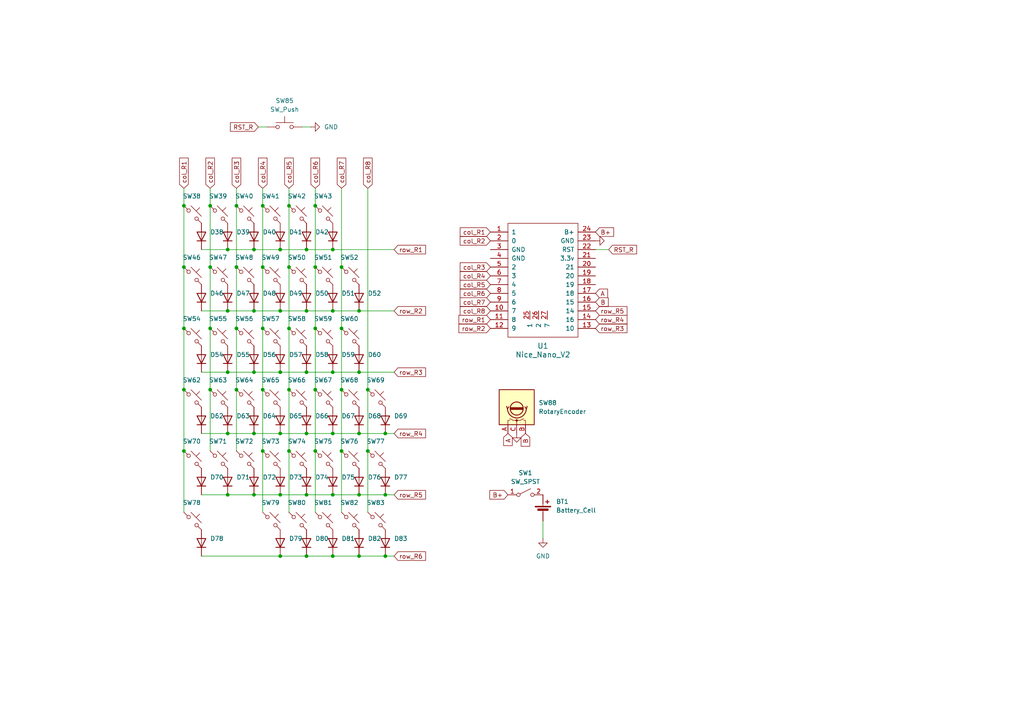
<source format=kicad_sch>
(kicad_sch (version 20250114) (generator "eeschema") (generator_version "9.0")
  (paper "A4")
  (lib_symbols
    (symbol "Device:Battery_Cell" (pin_numbers (hide yes)) (pin_names (offset 0) (hide yes))
      (property "Reference" "BT" (at 2.54 2.54 0))
      (property "Value" "Battery_Cell" (at 2.54 0 0))
      (symbol "Battery_Cell_1_1"
        (pin passive line (at 0 5.08 270) (length 2.54) (name "+") (number "1"))
        (pin passive line (at 0 -2.54 90) (length 2.54) (name "-") (number "2"))
      )
    )
    (symbol "Device:RotaryEncoder" (pin_names (offset 0.254) (hide yes))
      (property "Reference" "SW" (at 0 6.604 0))
      (property "Value" "RotaryEncoder" (at 0 -6.604 0))
      (symbol "RotaryEncoder_1_1"
        (pin passive line (at -7.62 2.54 0) (length 2.54) (name "A") (number "A"))
        (pin passive line (at -7.62 0 0) (length 2.54) (name "C") (number "C"))
        (pin passive line (at -7.62 -2.54 0) (length 2.54) (name "B") (number "B"))
      )
    )
    (symbol "Diode:1N4148" (pin_numbers (hide yes)) (pin_names (hide yes))
      (property "Reference" "D" (at 0 2.54 0))
      (property "Value" "1N4148" (at 0 -2.54 0))
      (symbol "1N4148_1_1"
        (pin passive line (at -3.81 0 0) (length 2.54) (name "K") (number "1"))
        (pin passive line (at 3.81 0 180) (length 2.54) (name "A") (number "2"))
      )
    )
    (symbol "Switch:SW_Push" (pin_numbers (hide yes)) (pin_names (offset 1.016) (hide yes))
      (property "Reference" "SW" (at 1.27 2.54 0))
      (property "Value" "SW_Push" (at 0 -1.524 0))
      (symbol "SW_Push_0_1"
        (pin passive line (at -5.08 0 0) (length 2.54) (name "1") (number "1"))
        (pin passive line (at 5.08 0 180) (length 2.54) (name "2") (number "2"))
      )
    )
    (symbol "Switch:SW_Push_45deg" (pin_numbers (hide yes)) (pin_names (offset 1.016) (hide yes))
      (property "Reference" "SW" (at 3.048 1.016 0))
      (property "Value" "SW_Push_45deg" (at 0 -3.81 0))
      (symbol "SW_Push_45deg_0_1"
        (pin passive line (at -2.54 2.54 0) (length 0) (name "1") (number "1"))
        (pin passive line (at 2.54 -2.54 180) (length 0) (name "2") (number "2"))
      )
    )
    (symbol "Switch:SW_SPST" (pin_names (offset 0) (hide yes))
      (property "Reference" "SW" (at 0 3.175 0))
      (property "Value" "SW_SPST" (at 0 -2.54 0))
      (symbol "SW_SPST_1_1"
        (pin passive line (at -5.08 0 0) (length 2.54) (name "A") (number "1"))
        (pin passive line (at 5.08 0 180) (length 2.54) (name "B") (number "2"))
      )
    )
    (symbol "nicenanov2:MCU_Nice_Nano_V2" (pin_names (offset 1.016))
      (property "Reference" "U" (at 0 0 0))
      (property "Value" "Nice_Nano_V2" (at 0 -19.05 0))
      (symbol "MCU_Nice_Nano_V2_1_1"
        (pin input line (at -15.24 13.97 0) (length 5.08) (name "1") (number "1"))
        (pin input line (at -15.24 11.43 0) (length 5.08) (name "0") (number "2"))
        (pin input line (at -15.24 8.89 0) (length 5.08) (name "GND") (number "3"))
        (pin input line (at -15.24 6.35 0) (length 5.08) (name "GND") (number "4"))
        (pin input line (at -15.24 3.81 0) (length 5.08) (name "2") (number "5"))
        (pin input line (at -15.24 1.27 0) (length 5.08) (name "3") (number "6"))
        (pin input line (at -15.24 -1.27 0) (length 5.08) (name "4") (number "7"))
        (pin input line (at -15.24 -3.81 0) (length 5.08) (name "5") (number "8"))
        (pin input line (at -15.24 -6.35 0) (length 5.08) (name "6") (number "9"))
        (pin input line (at -15.24 -8.89 0) (length 5.08) (name "7") (number "10"))
        (pin input line (at -15.24 -11.43 0) (length 5.08) (name "8") (number "11"))
        (pin input line (at -15.24 -13.97 0) (length 5.08) (name "9") (number "12"))
        (pin input line (at -3.81 -8.89 270) (length 2.5) (name "1") (number "25"))
        (pin input line (at -1.27 -8.89 270) (length 2.5) (name "2") (number "26"))
        (pin input line (at 1.27 -8.89 270) (length 2.5) (name "7") (number "27"))
        (pin input line (at 15.24 13.97 180) (length 5.08) (name "B+") (number "24"))
        (pin input line (at 15.24 11.43 180) (length 5.08) (name "GND") (number "23"))
        (pin input line (at 15.24 8.89 180) (length 5.08) (name "RST") (number "22"))
        (pin input line (at 15.24 6.35 180) (length 5.08) (name "3.3v") (number "21"))
        (pin input line (at 15.24 3.81 180) (length 5.08) (name "21") (number "20"))
        (pin input line (at 15.24 1.27 180) (length 5.08) (name "20") (number "19"))
        (pin input line (at 15.24 -1.27 180) (length 5.08) (name "19") (number "18"))
        (pin input line (at 15.24 -3.81 180) (length 5.08) (name "18") (number "17"))
        (pin input line (at 15.24 -6.35 180) (length 5.08) (name "15") (number "16"))
        (pin input line (at 15.24 -8.89 180) (length 5.08) (name "14") (number "15"))
        (pin input line (at 15.24 -11.43 180) (length 5.08) (name "16") (number "14"))
        (pin input line (at 15.24 -13.97 180) (length 5.08) (name "10") (number "13"))
      )
    )
    (symbol "power:GND" (power) (pin_numbers (hide yes)) (pin_names (offset 0) (hide yes))
      (property "Value" "GND" (at 0 -3.81 0))
      (symbol "GND_1_1"
        (pin power_in line (at 0 0 270) (length 0) (name "~") (number "1"))
      )
    )
  )
  (junction (at 104.14 107.95))
  (junction (at 53.34 59.69))
  (junction (at 73.66 143.51))
  (junction (at 66.04 125.73))
  (junction (at 81.28 107.95))
  (junction (at 99.06 95.25))
  (junction (at 91.44 113.03))
  (junction (at 99.06 113.03))
  (junction (at 91.44 59.69))
  (junction (at 53.34 113.03))
  (junction (at 88.9 143.51))
  (junction (at 60.96 95.25))
  (junction (at 66.04 107.95))
  (junction (at 76.2 59.69))
  (junction (at 99.06 130.81))
  (junction (at 83.82 113.03))
  (junction (at 104.14 90.17))
  (junction (at 106.68 130.81))
  (junction (at 88.9 72.39))
  (junction (at 53.34 130.81))
  (junction (at 91.44 95.25))
  (junction (at 68.58 95.25))
  (junction (at 99.06 77.47))
  (junction (at 81.28 143.51))
  (junction (at 96.52 125.73))
  (junction (at 66.04 72.39))
  (junction (at 111.76 161.29))
  (junction (at 104.14 143.51))
  (junction (at 96.52 90.17))
  (junction (at 111.76 125.73))
  (junction (at 76.2 113.03))
  (junction (at 68.58 77.47))
  (junction (at 91.44 77.47))
  (junction (at 96.52 107.95))
  (junction (at 60.96 77.47))
  (junction (at 66.04 143.51))
  (junction (at 73.66 125.73))
  (junction (at 96.52 72.39))
  (junction (at 73.66 90.17))
  (junction (at 81.28 72.39))
  (junction (at 96.52 161.29))
  (junction (at 88.9 107.95))
  (junction (at 88.9 90.17))
  (junction (at 88.9 125.73))
  (junction (at 111.76 143.51))
  (junction (at 83.82 130.81))
  (junction (at 83.82 59.69))
  (junction (at 73.66 107.95))
  (junction (at 53.34 77.47))
  (junction (at 83.82 77.47))
  (junction (at 60.96 59.69))
  (junction (at 68.58 59.69))
  (junction (at 88.9 161.29))
  (junction (at 76.2 77.47))
  (junction (at 81.28 161.29))
  (junction (at 76.2 130.81))
  (junction (at 104.14 125.73))
  (junction (at 104.14 161.29))
  (junction (at 60.96 113.03))
  (junction (at 106.68 113.03))
  (junction (at 76.2 95.25))
  (junction (at 53.34 95.25))
  (junction (at 83.82 95.25))
  (junction (at 81.28 90.17))
  (junction (at 66.04 90.17))
  (junction (at 68.58 113.03))
  (junction (at 96.52 143.51))
  (junction (at 91.44 130.81))
  (junction (at 81.28 125.73))
  (junction (at 73.66 72.39))
  (wire (pts (xy 157.48 156.21) (xy 157.48 151.13)))
  (wire (pts (xy 104.14 90.17) (xy 114.3 90.17)))
  (wire (pts (xy 76.2 95.25) (xy 76.2 113.03)))
  (wire (pts (xy 74.93 36.83) (xy 77.47 36.83)))
  (wire (pts (xy 83.82 77.47) (xy 83.82 95.25)))
  (wire (pts (xy 99.06 113.03) (xy 99.06 130.81)))
  (wire (pts (xy 73.66 72.39) (xy 81.28 72.39)))
  (wire (pts (xy 91.44 95.25) (xy 91.44 113.03)))
  (wire (pts (xy 58.42 107.95) (xy 66.04 107.95)))
  (wire (pts (xy 53.34 54.61) (xy 53.34 59.69)))
  (wire (pts (xy 58.42 161.29) (xy 81.28 161.29)))
  (wire (pts (xy 88.9 107.95) (xy 96.52 107.95)))
  (wire (pts (xy 60.96 77.47) (xy 60.96 95.25)))
  (wire (pts (xy 96.52 143.51) (xy 104.14 143.51)))
  (wire (pts (xy 96.52 90.17) (xy 104.14 90.17)))
  (wire (pts (xy 99.06 130.81) (xy 99.06 148.59)))
  (wire (pts (xy 81.28 143.51) (xy 88.9 143.51)))
  (wire (pts (xy 96.52 161.29) (xy 104.14 161.29)))
  (wire (pts (xy 83.82 113.03) (xy 83.82 130.81)))
  (wire (pts (xy 91.44 113.03) (xy 91.44 130.81)))
  (wire (pts (xy 68.58 95.25) (xy 68.58 113.03)))
  (wire (pts (xy 87.63 36.83) (xy 90.17 36.83)))
  (wire (pts (xy 73.66 90.17) (xy 81.28 90.17)))
  (wire (pts (xy 99.06 95.25) (xy 99.06 113.03)))
  (wire (pts (xy 76.2 54.61) (xy 76.2 59.69)))
  (wire (pts (xy 60.96 59.69) (xy 60.96 77.47)))
  (wire (pts (xy 81.28 90.17) (xy 88.9 90.17)))
  (wire (pts (xy 66.04 90.17) (xy 73.66 90.17)))
  (wire (pts (xy 58.42 90.17) (xy 66.04 90.17)))
  (wire (pts (xy 104.14 125.73) (xy 111.76 125.73)))
  (wire (pts (xy 53.34 113.03) (xy 53.34 130.81)))
  (wire (pts (xy 91.44 130.81) (xy 91.44 148.59)))
  (wire (pts (xy 91.44 54.61) (xy 91.44 59.69)))
  (wire (pts (xy 88.9 125.73) (xy 96.52 125.73)))
  (wire (pts (xy 83.82 54.61) (xy 83.82 59.69)))
  (wire (pts (xy 106.68 54.61) (xy 106.68 113.03)))
  (wire (pts (xy 83.82 59.69) (xy 83.82 77.47)))
  (wire (pts (xy 66.04 125.73) (xy 73.66 125.73)))
  (wire (pts (xy 53.34 95.25) (xy 53.34 113.03)))
  (wire (pts (xy 88.9 143.51) (xy 96.52 143.51)))
  (wire (pts (xy 76.2 130.81) (xy 76.2 148.59)))
  (wire (pts (xy 60.96 95.25) (xy 60.96 113.03)))
  (wire (pts (xy 76.2 113.03) (xy 76.2 130.81)))
  (wire (pts (xy 96.52 72.39) (xy 114.3 72.39)))
  (wire (pts (xy 96.52 107.95) (xy 104.14 107.95)))
  (wire (pts (xy 96.52 125.73) (xy 104.14 125.73)))
  (wire (pts (xy 111.76 143.51) (xy 114.3 143.51)))
  (wire (pts (xy 73.66 143.51) (xy 81.28 143.51)))
  (wire (pts (xy 60.96 54.61) (xy 60.96 59.69)))
  (wire (pts (xy 53.34 77.47) (xy 53.34 95.25)))
  (wire (pts (xy 53.34 59.69) (xy 53.34 77.47)))
  (wire (pts (xy 106.68 113.03) (xy 106.68 130.81)))
  (wire (pts (xy 111.76 125.73) (xy 114.3 125.73)))
  (wire (pts (xy 76.2 59.69) (xy 76.2 77.47)))
  (wire (pts (xy 83.82 130.81) (xy 83.82 148.59)))
  (wire (pts (xy 73.66 125.73) (xy 81.28 125.73)))
  (wire (pts (xy 104.14 161.29) (xy 111.76 161.29)))
  (wire (pts (xy 99.06 54.61) (xy 99.06 77.47)))
  (wire (pts (xy 68.58 113.03) (xy 68.58 130.81)))
  (wire (pts (xy 88.9 72.39) (xy 96.52 72.39)))
  (wire (pts (xy 81.28 107.95) (xy 88.9 107.95)))
  (wire (pts (xy 106.68 130.81) (xy 106.68 148.59)))
  (wire (pts (xy 99.06 77.47) (xy 99.06 95.25)))
  (wire (pts (xy 91.44 77.47) (xy 91.44 95.25)))
  (wire (pts (xy 68.58 54.61) (xy 68.58 59.69)))
  (wire (pts (xy 66.04 107.95) (xy 73.66 107.95)))
  (wire (pts (xy 91.44 59.69) (xy 91.44 77.47)))
  (wire (pts (xy 60.96 113.03) (xy 60.96 130.81)))
  (wire (pts (xy 58.42 72.39) (xy 66.04 72.39)))
  (wire (pts (xy 76.2 77.47) (xy 76.2 95.25)))
  (wire (pts (xy 111.76 161.29) (xy 114.3 161.29)))
  (wire (pts (xy 104.14 107.95) (xy 114.3 107.95)))
  (wire (pts (xy 176.53 72.39) (xy 172.72 72.39)))
  (wire (pts (xy 81.28 125.73) (xy 88.9 125.73)))
  (wire (pts (xy 53.34 130.81) (xy 53.34 148.59)))
  (wire (pts (xy 81.28 72.39) (xy 88.9 72.39)))
  (wire (pts (xy 73.66 107.95) (xy 81.28 107.95)))
  (wire (pts (xy 68.58 77.47) (xy 68.58 95.25)))
  (wire (pts (xy 104.14 143.51) (xy 111.76 143.51)))
  (wire (pts (xy 58.42 143.51) (xy 66.04 143.51)))
  (wire (pts (xy 88.9 161.29) (xy 96.52 161.29)))
  (wire (pts (xy 81.28 161.29) (xy 88.9 161.29)))
  (wire (pts (xy 66.04 143.51) (xy 73.66 143.51)))
  (wire (pts (xy 88.9 90.17) (xy 96.52 90.17)))
  (wire (pts (xy 66.04 72.39) (xy 73.66 72.39)))
  (wire (pts (xy 83.82 95.25) (xy 83.82 113.03)))
  (wire (pts (xy 58.42 125.73) (xy 66.04 125.73)))
  (wire (pts (xy 68.58 59.69) (xy 68.58 77.47)))
  (global_label "row_R2" (shape input) (at 114.3 90.17 0) (property "Intersheetrefs" "${INTERSHEET_REFS}" (effects (hide yes))))
  (global_label "row_R5" (shape input) (at 172.72 90.17 0) (property "Intersheetrefs" "${INTERSHEET_REFS}" (effects (hide yes))))
  (global_label "col_R2" (shape input) (at 142.24 69.85 180) (property "Intersheetrefs" "${INTERSHEET_REFS}" (effects (hide yes))))
  (global_label "row_R5" (shape input) (at 114.3 143.51 0) (property "Intersheetrefs" "${INTERSHEET_REFS}" (effects (hide yes))))
  (global_label "B+" (shape input) (at 147.32 143.51 180) (property "Intersheetrefs" "${INTERSHEET_REFS}" (effects (hide yes))))
  (global_label "col_R3" (shape input) (at 142.24 77.47 180) (property "Intersheetrefs" "${INTERSHEET_REFS}" (effects (hide yes))))
  (global_label "A" (shape input) (at 147.32 125.73 270) (property "Intersheetrefs" "${INTERSHEET_REFS}" (effects (hide yes))))
  (global_label "RST_R" (shape input) (at 176.53 72.39 0) (property "Intersheetrefs" "${INTERSHEET_REFS}" (effects (hide yes))))
  (global_label "B" (shape input) (at 152.4 125.73 270) (property "Intersheetrefs" "${INTERSHEET_REFS}" (effects (hide yes))))
  (global_label "row_R6" (shape input) (at 114.3 161.29 0) (property "Intersheetrefs" "${INTERSHEET_REFS}" (effects (hide yes))))
  (global_label "B" (shape input) (at 172.72 87.63 0) (property "Intersheetrefs" "${INTERSHEET_REFS}" (effects (hide yes))))
  (global_label "col_R2" (shape input) (at 60.96 54.61 90) (property "Intersheetrefs" "${INTERSHEET_REFS}" (effects (hide yes))))
  (global_label "row_R1" (shape input) (at 142.24 92.71 180) (property "Intersheetrefs" "${INTERSHEET_REFS}" (effects (hide yes))))
  (global_label "col_R4" (shape input) (at 142.24 80.01 180) (property "Intersheetrefs" "${INTERSHEET_REFS}" (effects (hide yes))))
  (global_label "col_R5" (shape input) (at 83.82 54.61 90) (property "Intersheetrefs" "${INTERSHEET_REFS}" (effects (hide yes))))
  (global_label "RST_R" (shape input) (at 74.93 36.83 180) (property "Intersheetrefs" "${INTERSHEET_REFS}" (effects (hide yes))))
  (global_label "A" (shape input) (at 172.72 85.09 0) (property "Intersheetrefs" "${INTERSHEET_REFS}" (effects (hide yes))))
  (global_label "row_R1" (shape input) (at 114.3 72.39 0) (property "Intersheetrefs" "${INTERSHEET_REFS}" (effects (hide yes))))
  (global_label "col_R5" (shape input) (at 142.24 82.55 180) (property "Intersheetrefs" "${INTERSHEET_REFS}" (effects (hide yes))))
  (global_label "row_R2" (shape input) (at 142.24 95.25 180) (property "Intersheetrefs" "${INTERSHEET_REFS}" (effects (hide yes))))
  (global_label "row_R4" (shape input) (at 114.3 125.73 0) (property "Intersheetrefs" "${INTERSHEET_REFS}" (effects (hide yes))))
  (global_label "row_R4" (shape input) (at 172.72 92.71 0) (property "Intersheetrefs" "${INTERSHEET_REFS}" (effects (hide yes))))
  (global_label "col_R1" (shape input) (at 53.34 54.61 90) (property "Intersheetrefs" "${INTERSHEET_REFS}" (effects (hide yes))))
  (global_label "B+" (shape input) (at 172.72 67.31 0) (property "Intersheetrefs" "${INTERSHEET_REFS}" (effects (hide yes))))
  (global_label "col_R3" (shape input) (at 68.58 54.61 90) (property "Intersheetrefs" "${INTERSHEET_REFS}" (effects (hide yes))))
  (global_label "col_R8" (shape input) (at 142.24 90.17 180) (property "Intersheetrefs" "${INTERSHEET_REFS}" (effects (hide yes))))
  (global_label "col_R6" (shape input) (at 91.44 54.61 90) (property "Intersheetrefs" "${INTERSHEET_REFS}" (effects (hide yes))))
  (global_label "col_R4" (shape input) (at 76.2 54.61 90) (property "Intersheetrefs" "${INTERSHEET_REFS}" (effects (hide yes))))
  (global_label "col_R8" (shape input) (at 106.68 54.61 90) (property "Intersheetrefs" "${INTERSHEET_REFS}" (effects (hide yes))))
  (global_label "col_R1" (shape input) (at 142.24 67.31 180) (property "Intersheetrefs" "${INTERSHEET_REFS}" (effects (hide yes))))
  (global_label "col_R7" (shape input) (at 142.24 87.63 180) (property "Intersheetrefs" "${INTERSHEET_REFS}" (effects (hide yes))))
  (global_label "row_R3" (shape input) (at 114.3 107.95 0) (property "Intersheetrefs" "${INTERSHEET_REFS}" (effects (hide yes))))
  (global_label "col_R6" (shape input) (at 142.24 85.09 180) (property "Intersheetrefs" "${INTERSHEET_REFS}" (effects (hide yes))))
  (global_label "row_R3" (shape input) (at 172.72 95.25 0) (property "Intersheetrefs" "${INTERSHEET_REFS}" (effects (hide yes))))
  (global_label "col_R7" (shape input) (at 99.06 54.61 90) (property "Intersheetrefs" "${INTERSHEET_REFS}" (effects (hide yes))))
  (symbol (lib_id "Diode:1N4148") (at 81.28 157.48 90) (unit 1)
    (property "Reference" "D79" (at 83.82 156.2099 90) (effects (justify right)))
    (property "Value" "1N4148" (effects (hide yes)))
    (property "Footprint" "Diode_THT:D_DO-35_SOD27_P7.62mm_Horizontal" (effects (hide yes)))
    (property "Datasheet" "https://assets.nexperia.com/documents/data-sheet/1N4148_1N4448.pdf" (effects (hide yes)))
    (property "Description" "100V 0.15A standard switching diode, DO-35" (effects (hide yes)))
    (property "Sim.Device" "D" (effects (hide yes)))
    (property "Sim.Pins" "1=K 2=A" (effects (hide yes)))
  )
  (symbol (lib_id "Switch:SW_Push_45deg") (at 93.98 115.57 0) (unit 1)
    (property "Reference" "SW67" (at 93.726 110.236 0))
    (property "Value" "SW_Push_45deg" (effects (hide yes)))
    (property "Footprint" "kailhv4:MX-Hotswap-1U" (effects (hide yes)))
    (property "Description" "Push button switch, normally open, two pins, 45° tilted" (effects (hide yes)))
  )
  (symbol (lib_id "Switch:SW_Push_45deg") (at 63.5 62.23 0) (unit 1)
    (property "Reference" "SW39" (at 63.246 56.896 0))
    (property "Value" "SW_Push_45deg" (effects (hide yes)))
    (property "Footprint" "kailhv4:MX-Hotswap-1U" (effects (hide yes)))
    (property "Description" "Push button switch, normally open, two pins, 45° tilted" (effects (hide yes)))
  )
  (symbol (lib_id "Diode:1N4148") (at 96.52 157.48 90) (unit 1)
    (property "Reference" "D81" (at 99.06 156.2099 90) (effects (justify right)))
    (property "Value" "1N4148" (effects (hide yes)))
    (property "Footprint" "Diode_THT:D_DO-35_SOD27_P7.62mm_Horizontal" (effects (hide yes)))
    (property "Datasheet" "https://assets.nexperia.com/documents/data-sheet/1N4148_1N4448.pdf" (effects (hide yes)))
    (property "Description" "100V 0.15A standard switching diode, DO-35" (effects (hide yes)))
    (property "Sim.Device" "D" (effects (hide yes)))
    (property "Sim.Pins" "1=K 2=A" (effects (hide yes)))
  )
  (symbol (lib_id "Switch:SW_Push_45deg") (at 55.88 97.79 0) (unit 1)
    (property "Reference" "SW54" (at 55.626 92.456 0))
    (property "Value" "SW_Push_45deg" (effects (hide yes)))
    (property "Footprint" "kailhv4:MX-Hotswap-1U" (effects (hide yes)))
    (property "Description" "Push button switch, normally open, two pins, 45° tilted" (effects (hide yes)))
  )
  (symbol (lib_id "Diode:1N4148") (at 104.14 104.14 90) (unit 1)
    (property "Reference" "D60" (at 106.68 102.8699 90) (effects (justify right)))
    (property "Value" "1N4148" (effects (hide yes)))
    (property "Footprint" "Diode_THT:D_DO-35_SOD27_P7.62mm_Horizontal" (effects (hide yes)))
    (property "Datasheet" "https://assets.nexperia.com/documents/data-sheet/1N4148_1N4448.pdf" (effects (hide yes)))
    (property "Description" "100V 0.15A standard switching diode, DO-35" (effects (hide yes)))
    (property "Sim.Device" "D" (effects (hide yes)))
    (property "Sim.Pins" "1=K 2=A" (effects (hide yes)))
  )
  (symbol (lib_id "Switch:SW_SPST") (at 152.4 143.51 0) (unit 1)
    (property "Reference" "SW1" (at 152.4 137.16 0))
    (property "Value" "SW_SPST" (at 152.4 139.7 0))
    (property "Footprint" "Button_Switch_THT:SW_SPST_Omron_B3F-40xx" (effects (hide yes)))
    (property "Description" "Single Pole Single Throw (SPST) switch" (effects (hide yes)))
  )
  (symbol (lib_id "Diode:1N4148") (at 66.04 121.92 90) (unit 1)
    (property "Reference" "D63" (at 68.58 120.6499 90) (effects (justify right)))
    (property "Value" "1N4148" (effects (hide yes)))
    (property "Footprint" "Diode_THT:D_DO-35_SOD27_P7.62mm_Horizontal" (effects (hide yes)))
    (property "Datasheet" "https://assets.nexperia.com/documents/data-sheet/1N4148_1N4448.pdf" (effects (hide yes)))
    (property "Description" "100V 0.15A standard switching diode, DO-35" (effects (hide yes)))
    (property "Sim.Device" "D" (effects (hide yes)))
    (property "Sim.Pins" "1=K 2=A" (effects (hide yes)))
  )
  (symbol (lib_id "Diode:1N4148") (at 66.04 68.58 90) (unit 1)
    (property "Reference" "D39" (at 68.58 67.3099 90) (effects (justify right)))
    (property "Value" "1N4148" (effects (hide yes)))
    (property "Footprint" "Diode_THT:D_DO-35_SOD27_P7.62mm_Horizontal" (effects (hide yes)))
    (property "Datasheet" "https://assets.nexperia.com/documents/data-sheet/1N4148_1N4448.pdf" (effects (hide yes)))
    (property "Description" "100V 0.15A standard switching diode, DO-35" (effects (hide yes)))
    (property "Sim.Device" "D" (effects (hide yes)))
    (property "Sim.Pins" "1=K 2=A" (effects (hide yes)))
  )
  (symbol (lib_id "Switch:SW_Push_45deg") (at 63.5 80.01 0) (unit 1)
    (property "Reference" "SW47" (at 63.246 74.676 0))
    (property "Value" "SW_Push_45deg" (effects (hide yes)))
    (property "Footprint" "kailhv4:MX-Hotswap-1U" (effects (hide yes)))
    (property "Description" "Push button switch, normally open, two pins, 45° tilted" (effects (hide yes)))
  )
  (symbol (lib_id "Diode:1N4148") (at 81.28 68.58 90) (unit 1)
    (property "Reference" "D41" (at 83.82 67.3099 90) (effects (justify right)))
    (property "Value" "1N4148" (effects (hide yes)))
    (property "Footprint" "Diode_THT:D_DO-35_SOD27_P7.62mm_Horizontal" (effects (hide yes)))
    (property "Datasheet" "https://assets.nexperia.com/documents/data-sheet/1N4148_1N4448.pdf" (effects (hide yes)))
    (property "Description" "100V 0.15A standard switching diode, DO-35" (effects (hide yes)))
    (property "Sim.Device" "D" (effects (hide yes)))
    (property "Sim.Pins" "1=K 2=A" (effects (hide yes)))
  )
  (symbol (lib_id "Diode:1N4148") (at 96.52 121.92 90) (unit 1)
    (property "Reference" "D67" (at 99.06 120.6499 90) (effects (justify right)))
    (property "Value" "1N4148" (effects (hide yes)))
    (property "Footprint" "Diode_THT:D_DO-35_SOD27_P7.62mm_Horizontal" (effects (hide yes)))
    (property "Datasheet" "https://assets.nexperia.com/documents/data-sheet/1N4148_1N4448.pdf" (effects (hide yes)))
    (property "Description" "100V 0.15A standard switching diode, DO-35" (effects (hide yes)))
    (property "Sim.Device" "D" (effects (hide yes)))
    (property "Sim.Pins" "1=K 2=A" (effects (hide yes)))
  )
  (symbol (lib_id "Diode:1N4148") (at 96.52 139.7 90) (unit 1)
    (property "Reference" "D75" (at 99.06 138.4299 90) (effects (justify right)))
    (property "Value" "1N4148" (effects (hide yes)))
    (property "Footprint" "Diode_THT:D_DO-35_SOD27_P7.62mm_Horizontal" (effects (hide yes)))
    (property "Datasheet" "https://assets.nexperia.com/documents/data-sheet/1N4148_1N4448.pdf" (effects (hide yes)))
    (property "Description" "100V 0.15A standard switching diode, DO-35" (effects (hide yes)))
    (property "Sim.Device" "D" (effects (hide yes)))
    (property "Sim.Pins" "1=K 2=A" (effects (hide yes)))
  )
  (symbol (lib_id "Diode:1N4148") (at 73.66 121.92 90) (unit 1)
    (property "Reference" "D64" (at 76.2 120.6499 90) (effects (justify right)))
    (property "Value" "1N4148" (effects (hide yes)))
    (property "Footprint" "Diode_THT:D_DO-35_SOD27_P7.62mm_Horizontal" (effects (hide yes)))
    (property "Datasheet" "https://assets.nexperia.com/documents/data-sheet/1N4148_1N4448.pdf" (effects (hide yes)))
    (property "Description" "100V 0.15A standard switching diode, DO-35" (effects (hide yes)))
    (property "Sim.Device" "D" (effects (hide yes)))
    (property "Sim.Pins" "1=K 2=A" (effects (hide yes)))
  )
  (symbol (lib_id "Diode:1N4148") (at 96.52 68.58 90) (unit 1)
    (property "Reference" "D43" (effects (hide yes)))
    (property "Value" "1N4148" (effects (hide yes)))
    (property "Footprint" "Diode_THT:D_DO-35_SOD27_P7.62mm_Horizontal" (effects (hide yes)))
    (property "Datasheet" "https://assets.nexperia.com/documents/data-sheet/1N4148_1N4448.pdf" (effects (hide yes)))
    (property "Description" "100V 0.15A standard switching diode, DO-35" (effects (hide yes)))
    (property "Sim.Device" "D" (effects (hide yes)))
    (property "Sim.Pins" "1=K 2=A" (effects (hide yes)))
  )
  (symbol (lib_id "Diode:1N4148") (at 81.28 139.7 90) (unit 1)
    (property "Reference" "D73" (at 83.82 138.4299 90) (effects (justify right)))
    (property "Value" "1N4148" (effects (hide yes)))
    (property "Footprint" "Diode_THT:D_DO-35_SOD27_P7.62mm_Horizontal" (effects (hide yes)))
    (property "Datasheet" "https://assets.nexperia.com/documents/data-sheet/1N4148_1N4448.pdf" (effects (hide yes)))
    (property "Description" "100V 0.15A standard switching diode, DO-35" (effects (hide yes)))
    (property "Sim.Device" "D" (effects (hide yes)))
    (property "Sim.Pins" "1=K 2=A" (effects (hide yes)))
  )
  (symbol (lib_id "Diode:1N4148") (at 81.28 104.14 90) (unit 1)
    (property "Reference" "D57" (at 83.82 102.8699 90) (effects (justify right)))
    (property "Value" "1N4148" (effects (hide yes)))
    (property "Footprint" "Diode_THT:D_DO-35_SOD27_P7.62mm_Horizontal" (effects (hide yes)))
    (property "Datasheet" "https://assets.nexperia.com/documents/data-sheet/1N4148_1N4448.pdf" (effects (hide yes)))
    (property "Description" "100V 0.15A standard switching diode, DO-35" (effects (hide yes)))
    (property "Sim.Device" "D" (effects (hide yes)))
    (property "Sim.Pins" "1=K 2=A" (effects (hide yes)))
  )
  (symbol (lib_id "Switch:SW_Push_45deg") (at 55.88 133.35 0) (unit 1)
    (property "Reference" "SW70" (at 55.626 128.016 0))
    (property "Value" "SW_Push_45deg" (effects (hide yes)))
    (property "Footprint" "kailhv4:MX-Hotswap-1U" (effects (hide yes)))
    (property "Description" "Push button switch, normally open, two pins, 45° tilted" (effects (hide yes)))
  )
  (symbol (lib_id "Diode:1N4148") (at 104.14 139.7 90) (unit 1)
    (property "Reference" "D76" (at 106.68 138.4299 90) (effects (justify right)))
    (property "Value" "1N4148" (effects (hide yes)))
    (property "Footprint" "Diode_THT:D_DO-35_SOD27_P7.62mm_Horizontal" (effects (hide yes)))
    (property "Datasheet" "https://assets.nexperia.com/documents/data-sheet/1N4148_1N4448.pdf" (effects (hide yes)))
    (property "Description" "100V 0.15A standard switching diode, DO-35" (effects (hide yes)))
    (property "Sim.Device" "D" (effects (hide yes)))
    (property "Sim.Pins" "1=K 2=A" (effects (hide yes)))
  )
  (symbol (lib_id "Switch:SW_Push_45deg") (at 93.98 97.79 0) (unit 1)
    (property "Reference" "SW59" (at 93.726 92.456 0))
    (property "Value" "SW_Push_45deg" (effects (hide yes)))
    (property "Footprint" "kailhv4:MX-Hotswap-1U" (effects (hide yes)))
    (property "Description" "Push button switch, normally open, two pins, 45° tilted" (effects (hide yes)))
  )
  (symbol (lib_id "Device:RotaryEncoder") (at 149.86 118.11 90) (unit 1)
    (property "Reference" "SW88" (at 156.21 116.8399 90) (effects (justify right)))
    (property "Value" "RotaryEncoder" (at 156.21 119.3799 90) (effects (justify right)))
    (property "Footprint" "Rotary_Encoder:RotaryEncoder_Alps_EC11E-Switch_Vertical_H20mm" (effects (hide yes)))
    (property "Description" "Rotary encoder, dual channel, incremental quadrate outputs" (effects (hide yes)))
  )
  (symbol (lib_id "Diode:1N4148") (at 58.42 157.48 90) (unit 1)
    (property "Reference" "D78" (at 60.96 156.2099 90) (effects (justify right)))
    (property "Value" "1N4148" (effects (hide yes)))
    (property "Footprint" "Diode_THT:D_DO-35_SOD27_P7.62mm_Horizontal" (effects (hide yes)))
    (property "Datasheet" "https://assets.nexperia.com/documents/data-sheet/1N4148_1N4448.pdf" (effects (hide yes)))
    (property "Description" "100V 0.15A standard switching diode, DO-35" (effects (hide yes)))
    (property "Sim.Device" "D" (effects (hide yes)))
    (property "Sim.Pins" "1=K 2=A" (effects (hide yes)))
  )
  (symbol (lib_id "Switch:SW_Push_45deg") (at 101.6 133.35 0) (unit 1)
    (property "Reference" "SW76" (at 101.346 128.016 0))
    (property "Value" "SW_Push_45deg" (effects (hide yes)))
    (property "Footprint" "kailhv4:MX-Hotswap-1U" (effects (hide yes)))
    (property "Description" "Push button switch, normally open, two pins, 45° tilted" (effects (hide yes)))
  )
  (symbol (lib_id "Switch:SW_Push_45deg") (at 63.5 115.57 0) (unit 1)
    (property "Reference" "SW63" (at 63.246 110.236 0))
    (property "Value" "SW_Push_45deg" (effects (hide yes)))
    (property "Footprint" "kailhv4:MX-Hotswap-1U" (effects (hide yes)))
    (property "Description" "Push button switch, normally open, two pins, 45° tilted" (effects (hide yes)))
  )
  (symbol (lib_id "Switch:SW_Push_45deg") (at 93.98 151.13 0) (unit 1)
    (property "Reference" "SW81" (at 93.726 145.796 0))
    (property "Value" "SW_Push_45deg" (effects (hide yes)))
    (property "Footprint" "kailhv4:MX-Hotswap-1.25U" (effects (hide yes)))
    (property "Description" "Push button switch, normally open, two pins, 45° tilted" (effects (hide yes)))
  )
  (symbol (lib_id "Diode:1N4148") (at 88.9 68.58 90) (unit 1)
    (property "Reference" "D42" (at 91.44 67.3099 90) (effects (justify right)))
    (property "Value" "1N4148" (effects (hide yes)))
    (property "Footprint" "Diode_THT:D_DO-35_SOD27_P7.62mm_Horizontal" (effects (hide yes)))
    (property "Datasheet" "https://assets.nexperia.com/documents/data-sheet/1N4148_1N4448.pdf" (effects (hide yes)))
    (property "Description" "100V 0.15A standard switching diode, DO-35" (effects (hide yes)))
    (property "Sim.Device" "D" (effects (hide yes)))
    (property "Sim.Pins" "1=K 2=A" (effects (hide yes)))
  )
  (symbol (lib_id "Diode:1N4148") (at 73.66 104.14 90) (unit 1)
    (property "Reference" "D56" (at 76.2 102.8699 90) (effects (justify right)))
    (property "Value" "1N4148" (effects (hide yes)))
    (property "Footprint" "Diode_THT:D_DO-35_SOD27_P7.62mm_Horizontal" (effects (hide yes)))
    (property "Datasheet" "https://assets.nexperia.com/documents/data-sheet/1N4148_1N4448.pdf" (effects (hide yes)))
    (property "Description" "100V 0.15A standard switching diode, DO-35" (effects (hide yes)))
    (property "Sim.Device" "D" (effects (hide yes)))
    (property "Sim.Pins" "1=K 2=A" (effects (hide yes)))
  )
  (symbol (lib_id "Switch:SW_Push_45deg") (at 101.6 80.01 0) (unit 1)
    (property "Reference" "SW52" (at 101.346 74.676 0))
    (property "Value" "SW_Push_45deg" (effects (hide yes)))
    (property "Footprint" "kailhv4:MX-Hotswap-2U" (effects (hide yes)))
    (property "Description" "Push button switch, normally open, two pins, 45° tilted" (effects (hide yes)))
  )
  (symbol (lib_id "Switch:SW_Push_45deg") (at 63.5 133.35 0) (unit 1)
    (property "Reference" "SW71" (at 63.246 128.016 0))
    (property "Value" "SW_Push_45deg" (effects (hide yes)))
    (property "Footprint" "kailhv4:MX-Hotswap-1U" (effects (hide yes)))
    (property "Description" "Push button switch, normally open, two pins, 45° tilted" (effects (hide yes)))
  )
  (symbol (lib_id "Switch:SW_Push_45deg") (at 55.88 80.01 0) (unit 1)
    (property "Reference" "SW46" (at 55.626 74.676 0))
    (property "Value" "SW_Push_45deg" (effects (hide yes)))
    (property "Footprint" "kailhv4:MX-Hotswap-1U" (effects (hide yes)))
    (property "Description" "Push button switch, normally open, two pins, 45° tilted" (effects (hide yes)))
  )
  (symbol (lib_id "Switch:SW_Push_45deg") (at 93.98 133.35 0) (unit 1)
    (property "Reference" "SW75" (at 93.726 128.016 0))
    (property "Value" "SW_Push_45deg" (effects (hide yes)))
    (property "Footprint" "kailhv4:MX-Hotswap-1.75U" (effects (hide yes)))
    (property "Description" "Push button switch, normally open, two pins, 45° tilted" (effects (hide yes)))
  )
  (symbol (lib_id "Switch:SW_Push_45deg") (at 78.74 97.79 0) (unit 1)
    (property "Reference" "SW57" (at 78.486 92.456 0))
    (property "Value" "SW_Push_45deg" (effects (hide yes)))
    (property "Footprint" "kailhv4:MX-Hotswap-1U" (effects (hide yes)))
    (property "Description" "Push button switch, normally open, two pins, 45° tilted" (effects (hide yes)))
  )
  (symbol (lib_id "Diode:1N4148") (at 58.42 68.58 90) (unit 1)
    (property "Reference" "D38" (at 60.96 67.3099 90) (effects (justify right)))
    (property "Value" "1N4148" (effects (hide yes)))
    (property "Footprint" "Diode_THT:D_DO-35_SOD27_P7.62mm_Horizontal" (effects (hide yes)))
    (property "Datasheet" "https://assets.nexperia.com/documents/data-sheet/1N4148_1N4448.pdf" (effects (hide yes)))
    (property "Description" "100V 0.15A standard switching diode, DO-35" (effects (hide yes)))
    (property "Sim.Device" "D" (effects (hide yes)))
    (property "Sim.Pins" "1=K 2=A" (effects (hide yes)))
  )
  (symbol (lib_id "Switch:SW_Push_45deg") (at 109.22 151.13 0) (unit 1)
    (property "Reference" "SW83" (at 108.966 145.796 0))
    (property "Value" "SW_Push_45deg" (effects (hide yes)))
    (property "Footprint" "kailhv4:MX-Hotswap-1U" (effects (hide yes)))
    (property "Description" "Push button switch, normally open, two pins, 45° tilted" (effects (hide yes)))
  )
  (symbol (lib_id "Switch:SW_Push_45deg") (at 55.88 151.13 0) (unit 1)
    (property "Reference" "SW78" (at 55.626 145.796 0))
    (property "Value" "SW_Push_45deg" (effects (hide yes)))
    (property "Footprint" "kailhv4:MX-Hotswap-3U" (effects (hide yes)))
    (property "Description" "Push button switch, normally open, two pins, 45° tilted" (effects (hide yes)))
  )
  (symbol (lib_id "Switch:SW_Push_45deg") (at 93.98 62.23 0) (unit 1)
    (property "Reference" "SW43" (at 93.726 56.896 0))
    (property "Value" "SW_Push_45deg" (effects (hide yes)))
    (property "Footprint" "kailhv4:MX-Hotswap-1U" (effects (hide yes)))
    (property "Description" "Push button switch, normally open, two pins, 45° tilted" (effects (hide yes)))
  )
  (symbol (lib_id "Diode:1N4148") (at 58.42 104.14 90) (unit 1)
    (property "Reference" "D54" (at 60.96 102.8699 90) (effects (justify right)))
    (property "Value" "1N4148" (effects (hide yes)))
    (property "Footprint" "Diode_THT:D_DO-35_SOD27_P7.62mm_Horizontal" (effects (hide yes)))
    (property "Datasheet" "https://assets.nexperia.com/documents/data-sheet/1N4148_1N4448.pdf" (effects (hide yes)))
    (property "Description" "100V 0.15A standard switching diode, DO-35" (effects (hide yes)))
    (property "Sim.Device" "D" (effects (hide yes)))
    (property "Sim.Pins" "1=K 2=A" (effects (hide yes)))
  )
  (symbol (lib_id "Switch:SW_Push_45deg") (at 101.6 115.57 0) (unit 1)
    (property "Reference" "SW68" (at 101.346 110.236 0))
    (property "Value" "SW_Push_45deg" (effects (hide yes)))
    (property "Footprint" "kailhv4:MX-Hotswap-2.25U" (effects (hide yes)))
    (property "Description" "Push button switch, normally open, two pins, 45° tilted" (effects (hide yes)))
  )
  (symbol (lib_id "Diode:1N4148") (at 88.9 157.48 90) (unit 1)
    (property "Reference" "D80" (at 91.44 156.2099 90) (effects (justify right)))
    (property "Value" "1N4148" (effects (hide yes)))
    (property "Footprint" "Diode_THT:D_DO-35_SOD27_P7.62mm_Horizontal" (effects (hide yes)))
    (property "Datasheet" "https://assets.nexperia.com/documents/data-sheet/1N4148_1N4448.pdf" (effects (hide yes)))
    (property "Description" "100V 0.15A standard switching diode, DO-35" (effects (hide yes)))
    (property "Sim.Device" "D" (effects (hide yes)))
    (property "Sim.Pins" "1=K 2=A" (effects (hide yes)))
  )
  (symbol (lib_id "Diode:1N4148") (at 66.04 86.36 90) (unit 1)
    (property "Reference" "D47" (at 68.58 85.0899 90) (effects (justify right)))
    (property "Value" "1N4148" (effects (hide yes)))
    (property "Footprint" "Diode_THT:D_DO-35_SOD27_P7.62mm_Horizontal" (effects (hide yes)))
    (property "Datasheet" "https://assets.nexperia.com/documents/data-sheet/1N4148_1N4448.pdf" (effects (hide yes)))
    (property "Description" "100V 0.15A standard switching diode, DO-35" (effects (hide yes)))
    (property "Sim.Device" "D" (effects (hide yes)))
    (property "Sim.Pins" "1=K 2=A" (effects (hide yes)))
  )
  (symbol (lib_id "Diode:1N4148") (at 96.52 104.14 90) (unit 1)
    (property "Reference" "D59" (at 99.06 102.8699 90) (effects (justify right)))
    (property "Value" "1N4148" (effects (hide yes)))
    (property "Footprint" "Diode_THT:D_DO-35_SOD27_P7.62mm_Horizontal" (effects (hide yes)))
    (property "Datasheet" "https://assets.nexperia.com/documents/data-sheet/1N4148_1N4448.pdf" (effects (hide yes)))
    (property "Description" "100V 0.15A standard switching diode, DO-35" (effects (hide yes)))
    (property "Sim.Device" "D" (effects (hide yes)))
    (property "Sim.Pins" "1=K 2=A" (effects (hide yes)))
  )
  (symbol (lib_id "Switch:SW_Push_45deg") (at 71.12 97.79 0) (unit 1)
    (property "Reference" "SW56" (at 70.866 92.456 0))
    (property "Value" "SW_Push_45deg" (effects (hide yes)))
    (property "Footprint" "kailhv4:MX-Hotswap-1U" (effects (hide yes)))
    (property "Description" "Push button switch, normally open, two pins, 45° tilted" (effects (hide yes)))
  )
  (symbol (lib_id "Diode:1N4148") (at 73.66 86.36 90) (unit 1)
    (property "Reference" "D48" (at 76.2 85.0899 90) (effects (justify right)))
    (property "Value" "1N4148" (effects (hide yes)))
    (property "Footprint" "Diode_THT:D_DO-35_SOD27_P7.62mm_Horizontal" (effects (hide yes)))
    (property "Datasheet" "https://assets.nexperia.com/documents/data-sheet/1N4148_1N4448.pdf" (effects (hide yes)))
    (property "Description" "100V 0.15A standard switching diode, DO-35" (effects (hide yes)))
    (property "Sim.Device" "D" (effects (hide yes)))
    (property "Sim.Pins" "1=K 2=A" (effects (hide yes)))
  )
  (symbol (lib_id "Diode:1N4148") (at 111.76 157.48 90) (unit 1)
    (property "Reference" "D83" (at 114.3 156.2099 90) (effects (justify right)))
    (property "Value" "1N4148" (effects (hide yes)))
    (property "Footprint" "Diode_THT:D_DO-35_SOD27_P7.62mm_Horizontal" (effects (hide yes)))
    (property "Datasheet" "https://assets.nexperia.com/documents/data-sheet/1N4148_1N4448.pdf" (effects (hide yes)))
    (property "Description" "100V 0.15A standard switching diode, DO-35" (effects (hide yes)))
    (property "Sim.Device" "D" (effects (hide yes)))
    (property "Sim.Pins" "1=K 2=A" (effects (hide yes)))
  )
  (symbol (lib_id "Switch:SW_Push_45deg") (at 78.74 133.35 0) (unit 1)
    (property "Reference" "SW73" (at 78.486 128.016 0))
    (property "Value" "SW_Push_45deg" (effects (hide yes)))
    (property "Footprint" "kailhv4:MX-Hotswap-1U" (effects (hide yes)))
    (property "Description" "Push button switch, normally open, two pins, 45° tilted" (effects (hide yes)))
  )
  (symbol (lib_id "Diode:1N4148") (at 58.42 139.7 90) (unit 1)
    (property "Reference" "D70" (at 60.96 138.4299 90) (effects (justify right)))
    (property "Value" "1N4148" (effects (hide yes)))
    (property "Footprint" "Diode_THT:D_DO-35_SOD27_P7.62mm_Horizontal" (effects (hide yes)))
    (property "Datasheet" "https://assets.nexperia.com/documents/data-sheet/1N4148_1N4448.pdf" (effects (hide yes)))
    (property "Description" "100V 0.15A standard switching diode, DO-35" (effects (hide yes)))
    (property "Sim.Device" "D" (effects (hide yes)))
    (property "Sim.Pins" "1=K 2=A" (effects (hide yes)))
  )
  (symbol (lib_id "Switch:SW_Push_45deg") (at 63.5 97.79 0) (unit 1)
    (property "Reference" "SW55" (at 63.246 92.456 0))
    (property "Value" "SW_Push_45deg" (effects (hide yes)))
    (property "Footprint" "kailhv4:MX-Hotswap-1U" (effects (hide yes)))
    (property "Description" "Push button switch, normally open, two pins, 45° tilted" (effects (hide yes)))
  )
  (symbol (lib_id "Switch:SW_Push_45deg") (at 109.22 133.35 0) (unit 1)
    (property "Reference" "SW77" (at 108.966 128.016 0))
    (property "Value" "SW_Push_45deg" (effects (hide yes)))
    (property "Footprint" "kailhv4:MX-Hotswap-1U" (effects (hide yes)))
    (property "Description" "Push button switch, normally open, two pins, 45° tilted" (effects (hide yes)))
  )
  (symbol (lib_id "Diode:1N4148") (at 81.28 86.36 90) (unit 1)
    (property "Reference" "D49" (at 83.82 85.0899 90) (effects (justify right)))
    (property "Value" "1N4148" (effects (hide yes)))
    (property "Footprint" "Diode_THT:D_DO-35_SOD27_P7.62mm_Horizontal" (effects (hide yes)))
    (property "Datasheet" "https://assets.nexperia.com/documents/data-sheet/1N4148_1N4448.pdf" (effects (hide yes)))
    (property "Description" "100V 0.15A standard switching diode, DO-35" (effects (hide yes)))
    (property "Sim.Device" "D" (effects (hide yes)))
    (property "Sim.Pins" "1=K 2=A" (effects (hide yes)))
  )
  (symbol (lib_id "Diode:1N4148") (at 96.52 86.36 90) (unit 1)
    (property "Reference" "D51" (at 99.06 85.0899 90) (effects (justify right)))
    (property "Value" "1N4148" (effects (hide yes)))
    (property "Footprint" "Diode_THT:D_DO-35_SOD27_P7.62mm_Horizontal" (effects (hide yes)))
    (property "Datasheet" "https://assets.nexperia.com/documents/data-sheet/1N4148_1N4448.pdf" (effects (hide yes)))
    (property "Description" "100V 0.15A standard switching diode, DO-35" (effects (hide yes)))
    (property "Sim.Device" "D" (effects (hide yes)))
    (property "Sim.Pins" "1=K 2=A" (effects (hide yes)))
  )
  (symbol (lib_id "Diode:1N4148") (at 104.14 121.92 90) (unit 1)
    (property "Reference" "D68" (at 106.68 120.6499 90) (effects (justify right)))
    (property "Value" "1N4148" (effects (hide yes)))
    (property "Footprint" "Diode_THT:D_DO-35_SOD27_P7.62mm_Horizontal" (effects (hide yes)))
    (property "Datasheet" "https://assets.nexperia.com/documents/data-sheet/1N4148_1N4448.pdf" (effects (hide yes)))
    (property "Description" "100V 0.15A standard switching diode, DO-35" (effects (hide yes)))
    (property "Sim.Device" "D" (effects (hide yes)))
    (property "Sim.Pins" "1=K 2=A" (effects (hide yes)))
  )
  (symbol (lib_id "Switch:SW_Push_45deg") (at 86.36 151.13 0) (unit 1)
    (property "Reference" "SW80" (at 86.106 145.796 0))
    (property "Value" "SW_Push_45deg" (effects (hide yes)))
    (property "Footprint" "kailhv4:MX-Hotswap-1.25U" (effects (hide yes)))
    (property "Description" "Push button switch, normally open, two pins, 45° tilted" (effects (hide yes)))
  )
  (symbol (lib_id "Switch:SW_Push_45deg") (at 86.36 97.79 0) (unit 1)
    (property "Reference" "SW58" (at 86.106 92.456 0))
    (property "Value" "SW_Push_45deg" (effects (hide yes)))
    (property "Footprint" "kailhv4:MX-Hotswap-1U" (effects (hide yes)))
    (property "Description" "Push button switch, normally open, two pins, 45° tilted" (effects (hide yes)))
  )
  (symbol (lib_id "Switch:SW_Push_45deg") (at 109.22 115.57 0) (unit 1)
    (property "Reference" "SW69" (at 108.966 110.236 0))
    (property "Value" "SW_Push_45deg" (effects (hide yes)))
    (property "Footprint" "kailhv4:MX-Hotswap-1U" (effects (hide yes)))
    (property "Description" "Push button switch, normally open, two pins, 45° tilted" (effects (hide yes)))
  )
  (symbol (lib_id "Diode:1N4148") (at 88.9 139.7 90) (unit 1)
    (property "Reference" "D74" (at 91.44 138.4299 90) (effects (justify right)))
    (property "Value" "1N4148" (effects (hide yes)))
    (property "Footprint" "Diode_THT:D_DO-35_SOD27_P7.62mm_Horizontal" (effects (hide yes)))
    (property "Datasheet" "https://assets.nexperia.com/documents/data-sheet/1N4148_1N4448.pdf" (effects (hide yes)))
    (property "Description" "100V 0.15A standard switching diode, DO-35" (effects (hide yes)))
    (property "Sim.Device" "D" (effects (hide yes)))
    (property "Sim.Pins" "1=K 2=A" (effects (hide yes)))
  )
  (symbol (lib_id "Switch:SW_Push_45deg") (at 86.36 62.23 0) (unit 1)
    (property "Reference" "SW42" (at 86.106 56.896 0))
    (property "Value" "SW_Push_45deg" (effects (hide yes)))
    (property "Footprint" "kailhv4:MX-Hotswap-1U" (effects (hide yes)))
    (property "Description" "Push button switch, normally open, two pins, 45° tilted" (effects (hide yes)))
  )
  (symbol (lib_id "power:GND") (at 149.86 125.73 0) (unit 1)
    (property "Reference" "#PWR07" (effects (hide yes)))
    (property "Value" "GND_MCU2" (effects (hide yes)))
    (property "Description" "Power symbol creates a global label with name \"GND\" , ground" (effects (hide yes)))
  )
  (symbol (lib_id "Switch:SW_Push_45deg") (at 101.6 97.79 0) (unit 1)
    (property "Reference" "SW60" (at 101.346 92.456 0))
    (property "Value" "SW_Push_45deg" (effects (hide yes)))
    (property "Footprint" "kailhv4:MX-Hotswap-1.5U" (effects (hide yes)))
    (property "Description" "Push button switch, normally open, two pins, 45° tilted" (effects (hide yes)))
  )
  (symbol (lib_id "Switch:SW_Push_45deg") (at 78.74 80.01 0) (unit 1)
    (property "Reference" "SW49" (at 78.486 74.676 0))
    (property "Value" "SW_Push_45deg" (effects (hide yes)))
    (property "Footprint" "kailhv4:MX-Hotswap-1U" (effects (hide yes)))
    (property "Description" "Push button switch, normally open, two pins, 45° tilted" (effects (hide yes)))
  )
  (symbol (lib_id "Diode:1N4148") (at 58.42 86.36 90) (unit 1)
    (property "Reference" "D46" (at 60.96 85.0899 90) (effects (justify right)))
    (property "Value" "1N4148" (effects (hide yes)))
    (property "Footprint" "Diode_THT:D_DO-35_SOD27_P7.62mm_Horizontal" (effects (hide yes)))
    (property "Datasheet" "https://assets.nexperia.com/documents/data-sheet/1N4148_1N4448.pdf" (effects (hide yes)))
    (property "Description" "100V 0.15A standard switching diode, DO-35" (effects (hide yes)))
    (property "Sim.Device" "D" (effects (hide yes)))
    (property "Sim.Pins" "1=K 2=A" (effects (hide yes)))
  )
  (symbol (lib_id "power:GND") (at 157.48 156.21 0) (unit 1)
    (property "Reference" "#PWR01" (effects (hide yes)))
    (property "Value" "GND" (at 157.48 161.29 0))
    (property "Description" "Power symbol creates a global label with name \"GND\" , ground" (effects (hide yes)))
  )
  (symbol (lib_id "Switch:SW_Push_45deg") (at 101.6 151.13 0) (unit 1)
    (property "Reference" "SW82" (at 101.346 145.796 0))
    (property "Value" "SW_Push_45deg" (effects (hide yes)))
    (property "Footprint" "kailhv4:MX-Hotswap-1.5U" (effects (hide yes)))
    (property "Description" "Push button switch, normally open, two pins, 45° tilted" (effects (hide yes)))
  )
  (symbol (lib_id "Switch:SW_Push_45deg") (at 71.12 133.35 0) (unit 1)
    (property "Reference" "SW72" (at 70.866 128.016 0))
    (property "Value" "SW_Push_45deg" (effects (hide yes)))
    (property "Footprint" "kailhv4:MX-Hotswap-1U" (effects (hide yes)))
    (property "Description" "Push button switch, normally open, two pins, 45° tilted" (effects (hide yes)))
  )
  (symbol (lib_id "Switch:SW_Push_45deg") (at 71.12 80.01 0) (unit 1)
    (property "Reference" "SW48" (at 70.866 74.676 0))
    (property "Value" "SW_Push_45deg" (effects (hide yes)))
    (property "Footprint" "kailhv4:MX-Hotswap-1U" (effects (hide yes)))
    (property "Description" "Push button switch, normally open, two pins, 45° tilted" (effects (hide yes)))
  )
  (symbol (lib_id "Switch:SW_Push_45deg") (at 78.74 62.23 0) (unit 1)
    (property "Reference" "SW41" (at 78.486 56.896 0))
    (property "Value" "SW_Push_45deg" (effects (hide yes)))
    (property "Footprint" "kailhv4:MX-Hotswap-1U" (effects (hide yes)))
    (property "Description" "Push button switch, normally open, two pins, 45° tilted" (effects (hide yes)))
  )
  (symbol (lib_id "Switch:SW_Push_45deg") (at 78.74 115.57 0) (unit 1)
    (property "Reference" "SW65" (at 78.486 110.236 0))
    (property "Value" "SW_Push_45deg" (effects (hide yes)))
    (property "Footprint" "kailhv4:MX-Hotswap-1U" (effects (hide yes)))
    (property "Description" "Push button switch, normally open, two pins, 45° tilted" (effects (hide yes)))
  )
  (symbol (lib_id "Diode:1N4148") (at 66.04 139.7 90) (unit 1)
    (property "Reference" "D71" (at 68.58 138.4299 90) (effects (justify right)))
    (property "Value" "1N4148" (effects (hide yes)))
    (property "Footprint" "Diode_THT:D_DO-35_SOD27_P7.62mm_Horizontal" (effects (hide yes)))
    (property "Datasheet" "https://assets.nexperia.com/documents/data-sheet/1N4148_1N4448.pdf" (effects (hide yes)))
    (property "Description" "100V 0.15A standard switching diode, DO-35" (effects (hide yes)))
    (property "Sim.Device" "D" (effects (hide yes)))
    (property "Sim.Pins" "1=K 2=A" (effects (hide yes)))
  )
  (symbol (lib_id "Diode:1N4148") (at 73.66 68.58 90) (unit 1)
    (property "Reference" "D40" (at 76.2 67.3099 90) (effects (justify right)))
    (property "Value" "1N4148" (effects (hide yes)))
    (property "Footprint" "Diode_THT:D_DO-35_SOD27_P7.62mm_Horizontal" (effects (hide yes)))
    (property "Datasheet" "https://assets.nexperia.com/documents/data-sheet/1N4148_1N4448.pdf" (effects (hide yes)))
    (property "Description" "100V 0.15A standard switching diode, DO-35" (effects (hide yes)))
    (property "Sim.Device" "D" (effects (hide yes)))
    (property "Sim.Pins" "1=K 2=A" (effects (hide yes)))
  )
  (symbol (lib_id "Switch:SW_Push") (at 82.55 36.83 0) (unit 1)
    (property "Reference" "SW85" (at 82.55 29.21 0))
    (property "Value" "SW_Push" (at 82.55 31.75 0))
    (property "Footprint" "Button_Switch_THT:SW_PUSH_6mm" (effects (hide yes)))
    (property "Description" "Push button switch, generic, two pins" (effects (hide yes)))
  )
  (symbol (lib_id "Diode:1N4148") (at 111.76 139.7 90) (unit 1)
    (property "Reference" "D77" (at 114.3 138.4299 90) (effects (justify right)))
    (property "Value" "1N4148" (effects (hide yes)))
    (property "Footprint" "Diode_THT:D_DO-35_SOD27_P7.62mm_Horizontal" (effects (hide yes)))
    (property "Datasheet" "https://assets.nexperia.com/documents/data-sheet/1N4148_1N4448.pdf" (effects (hide yes)))
    (property "Description" "100V 0.15A standard switching diode, DO-35" (effects (hide yes)))
    (property "Sim.Device" "D" (effects (hide yes)))
    (property "Sim.Pins" "1=K 2=A" (effects (hide yes)))
  )
  (symbol (lib_id "Device:Battery_Cell") (at 157.48 148.59 0) (unit 1)
    (property "Reference" "BT1" (at 161.29 145.4784 0) (effects (justify left)))
    (property "Value" "Battery_Cell" (at 161.29 148.0184 0) (effects (justify left)))
    (property "Footprint" "Connector_JST:JST_PH_S2B-PH-K_1x02_P2.00mm_Horizontal" (effects (hide yes)))
    (property "Description" "Single-cell battery" (effects (hide yes)))
  )
  (symbol (lib_id "Diode:1N4148") (at 88.9 121.92 90) (unit 1)
    (property "Reference" "D66" (at 91.44 120.6499 90) (effects (justify right)))
    (property "Value" "1N4148" (effects (hide yes)))
    (property "Footprint" "Diode_THT:D_DO-35_SOD27_P7.62mm_Horizontal" (effects (hide yes)))
    (property "Datasheet" "https://assets.nexperia.com/documents/data-sheet/1N4148_1N4448.pdf" (effects (hide yes)))
    (property "Description" "100V 0.15A standard switching diode, DO-35" (effects (hide yes)))
    (property "Sim.Device" "D" (effects (hide yes)))
    (property "Sim.Pins" "1=K 2=A" (effects (hide yes)))
  )
  (symbol (lib_id "Diode:1N4148") (at 104.14 157.48 90) (unit 1)
    (property "Reference" "D82" (at 106.68 156.2099 90) (effects (justify right)))
    (property "Value" "1N4148" (effects (hide yes)))
    (property "Footprint" "Diode_THT:D_DO-35_SOD27_P7.62mm_Horizontal" (effects (hide yes)))
    (property "Datasheet" "https://assets.nexperia.com/documents/data-sheet/1N4148_1N4448.pdf" (effects (hide yes)))
    (property "Description" "100V 0.15A standard switching diode, DO-35" (effects (hide yes)))
    (property "Sim.Device" "D" (effects (hide yes)))
    (property "Sim.Pins" "1=K 2=A" (effects (hide yes)))
  )
  (symbol (lib_id "nicenanov2:MCU_Nice_Nano_V2") (at 157.48 81.28 0) (unit 1)
    (property "Reference" "U1" (at 157.48 100.33 0) (effects (font (size 1.524 1.524))))
    (property "Value" "Nice_Nano_V2" (at 157.48 102.87 0) (effects (font (size 1.524 1.524))))
    (property "Footprint" "scotto:Nice_Nano_V2" (effects (hide yes)))
  )
  (symbol (lib_id "Diode:1N4148") (at 81.28 121.92 90) (unit 1)
    (property "Reference" "D65" (at 83.82 120.6499 90) (effects (justify right)))
    (property "Value" "1N4148" (effects (hide yes)))
    (property "Footprint" "Diode_THT:D_DO-35_SOD27_P7.62mm_Horizontal" (effects (hide yes)))
    (property "Datasheet" "https://assets.nexperia.com/documents/data-sheet/1N4148_1N4448.pdf" (effects (hide yes)))
    (property "Description" "100V 0.15A standard switching diode, DO-35" (effects (hide yes)))
    (property "Sim.Device" "D" (effects (hide yes)))
    (property "Sim.Pins" "1=K 2=A" (effects (hide yes)))
  )
  (symbol (lib_id "Diode:1N4148") (at 88.9 86.36 90) (unit 1)
    (property "Reference" "D50" (at 91.44 85.0899 90) (effects (justify right)))
    (property "Value" "1N4148" (effects (hide yes)))
    (property "Footprint" "Diode_THT:D_DO-35_SOD27_P7.62mm_Horizontal" (effects (hide yes)))
    (property "Datasheet" "https://assets.nexperia.com/documents/data-sheet/1N4148_1N4448.pdf" (effects (hide yes)))
    (property "Description" "100V 0.15A standard switching diode, DO-35" (effects (hide yes)))
    (property "Sim.Device" "D" (effects (hide yes)))
    (property "Sim.Pins" "1=K 2=A" (effects (hide yes)))
  )
  (symbol (lib_id "Switch:SW_Push_45deg") (at 71.12 62.23 0) (unit 1)
    (property "Reference" "SW40" (at 70.866 56.896 0))
    (property "Value" "SW_Push_45deg" (effects (hide yes)))
    (property "Footprint" "kailhv4:MX-Hotswap-1U" (effects (hide yes)))
    (property "Description" "Push button switch, normally open, two pins, 45° tilted" (effects (hide yes)))
  )
  (symbol (lib_id "Diode:1N4148") (at 66.04 104.14 90) (unit 1)
    (property "Reference" "D55" (at 68.58 102.8699 90) (effects (justify right)))
    (property "Value" "1N4148" (effects (hide yes)))
    (property "Footprint" "Diode_THT:D_DO-35_SOD27_P7.62mm_Horizontal" (effects (hide yes)))
    (property "Datasheet" "https://assets.nexperia.com/documents/data-sheet/1N4148_1N4448.pdf" (effects (hide yes)))
    (property "Description" "100V 0.15A standard switching diode, DO-35" (effects (hide yes)))
    (property "Sim.Device" "D" (effects (hide yes)))
    (property "Sim.Pins" "1=K 2=A" (effects (hide yes)))
  )
  (symbol (lib_id "Switch:SW_Push_45deg") (at 71.12 115.57 0) (unit 1)
    (property "Reference" "SW64" (at 70.866 110.236 0))
    (property "Value" "SW_Push_45deg" (effects (hide yes)))
    (property "Footprint" "kailhv4:MX-Hotswap-1U" (effects (hide yes)))
    (property "Description" "Push button switch, normally open, two pins, 45° tilted" (effects (hide yes)))
  )
  (symbol (lib_id "Diode:1N4148") (at 88.9 104.14 90) (unit 1)
    (property "Reference" "D58" (at 91.44 102.8699 90) (effects (justify right)))
    (property "Value" "1N4148" (effects (hide yes)))
    (property "Footprint" "Diode_THT:D_DO-35_SOD27_P7.62mm_Horizontal" (effects (hide yes)))
    (property "Datasheet" "https://assets.nexperia.com/documents/data-sheet/1N4148_1N4448.pdf" (effects (hide yes)))
    (property "Description" "100V 0.15A standard switching diode, DO-35" (effects (hide yes)))
    (property "Sim.Device" "D" (effects (hide yes)))
    (property "Sim.Pins" "1=K 2=A" (effects (hide yes)))
  )
  (symbol (lib_id "Diode:1N4148") (at 111.76 121.92 90) (unit 1)
    (property "Reference" "D69" (at 114.3 120.6499 90) (effects (justify right)))
    (property "Value" "1N4148" (effects (hide yes)))
    (property "Footprint" "Diode_THT:D_DO-35_SOD27_P7.62mm_Horizontal" (effects (hide yes)))
    (property "Datasheet" "https://assets.nexperia.com/documents/data-sheet/1N4148_1N4448.pdf" (effects (hide yes)))
    (property "Description" "100V 0.15A standard switching diode, DO-35" (effects (hide yes)))
    (property "Sim.Device" "D" (effects (hide yes)))
    (property "Sim.Pins" "1=K 2=A" (effects (hide yes)))
  )
  (symbol (lib_id "power:GND") (at 172.72 69.85 90) (unit 1)
    (property "Reference" "#PWR03" (effects (hide yes)))
    (property "Value" "GND_MCU2" (effects (hide yes)))
    (property "Description" "Power symbol creates a global label with name \"GND\" , ground" (effects (hide yes)))
  )
  (symbol (lib_id "power:GND") (at 90.17 36.83 90) (unit 1)
    (property "Reference" "#PWR04" (effects (hide yes)))
    (property "Value" "GND" (at 93.98 36.8299 90) (effects (justify right)))
    (property "Description" "Power symbol creates a global label with name \"GND\" , ground" (effects (hide yes)))
  )
  (symbol (lib_id "Switch:SW_Push_45deg") (at 55.88 115.57 0) (unit 1)
    (property "Reference" "SW62" (at 55.626 110.236 0))
    (property "Value" "SW_Push_45deg" (effects (hide yes)))
    (property "Footprint" "kailhv4:MX-Hotswap-1U" (effects (hide yes)))
    (property "Description" "Push button switch, normally open, two pins, 45° tilted" (effects (hide yes)))
  )
  (symbol (lib_id "Switch:SW_Push_45deg") (at 86.36 115.57 0) (unit 1)
    (property "Reference" "SW66" (at 86.106 110.236 0))
    (property "Value" "SW_Push_45deg" (effects (hide yes)))
    (property "Footprint" "kailhv4:MX-Hotswap-1U" (effects (hide yes)))
    (property "Description" "Push button switch, normally open, two pins, 45° tilted" (effects (hide yes)))
  )
  (symbol (lib_id "Switch:SW_Push_45deg") (at 86.36 80.01 0) (unit 1)
    (property "Reference" "SW50" (at 86.106 74.676 0))
    (property "Value" "SW_Push_45deg" (effects (hide yes)))
    (property "Footprint" "kailhv4:MX-Hotswap-1U" (effects (hide yes)))
    (property "Description" "Push button switch, normally open, two pins, 45° tilted" (effects (hide yes)))
  )
  (symbol (lib_id "Diode:1N4148") (at 104.14 86.36 90) (unit 1)
    (property "Reference" "D52" (at 106.68 85.0899 90) (effects (justify right)))
    (property "Value" "1N4148" (effects (hide yes)))
    (property "Footprint" "Diode_THT:D_DO-35_SOD27_P7.62mm_Horizontal" (effects (hide yes)))
    (property "Datasheet" "https://assets.nexperia.com/documents/data-sheet/1N4148_1N4448.pdf" (effects (hide yes)))
    (property "Description" "100V 0.15A standard switching diode, DO-35" (effects (hide yes)))
    (property "Sim.Device" "D" (effects (hide yes)))
    (property "Sim.Pins" "1=K 2=A" (effects (hide yes)))
  )
  (symbol (lib_id "Diode:1N4148") (at 73.66 139.7 90) (unit 1)
    (property "Reference" "D72" (at 76.2 138.4299 90) (effects (justify right)))
    (property "Value" "1N4148" (effects (hide yes)))
    (property "Footprint" "Diode_THT:D_DO-35_SOD27_P7.62mm_Horizontal" (effects (hide yes)))
    (property "Datasheet" "https://assets.nexperia.com/documents/data-sheet/1N4148_1N4448.pdf" (effects (hide yes)))
    (property "Description" "100V 0.15A standard switching diode, DO-35" (effects (hide yes)))
    (property "Sim.Device" "D" (effects (hide yes)))
    (property "Sim.Pins" "1=K 2=A" (effects (hide yes)))
  )
  (symbol (lib_id "Switch:SW_Push_45deg") (at 78.74 151.13 0) (unit 1)
    (property "Reference" "SW79" (at 78.486 145.796 0))
    (property "Value" "SW_Push_45deg" (effects (hide yes)))
    (property "Footprint" "kailhv4:MX-Hotswap-1.25U" (effects (hide yes)))
    (property "Description" "Push button switch, normally open, two pins, 45° tilted" (effects (hide yes)))
  )
  (symbol (lib_id "Diode:1N4148") (at 58.42 121.92 90) (unit 1)
    (property "Reference" "D62" (at 60.96 120.6499 90) (effects (justify right)))
    (property "Value" "1N4148" (effects (hide yes)))
    (property "Footprint" "Diode_THT:D_DO-35_SOD27_P7.62mm_Horizontal" (effects (hide yes)))
    (property "Datasheet" "https://assets.nexperia.com/documents/data-sheet/1N4148_1N4448.pdf" (effects (hide yes)))
    (property "Description" "100V 0.15A standard switching diode, DO-35" (effects (hide yes)))
    (property "Sim.Device" "D" (effects (hide yes)))
    (property "Sim.Pins" "1=K 2=A" (effects (hide yes)))
  )
  (symbol (lib_id "Switch:SW_Push_45deg") (at 93.98 80.01 0) (unit 1)
    (property "Reference" "SW51" (at 93.726 74.676 0))
    (property "Value" "SW_Push_45deg" (effects (hide yes)))
    (property "Footprint" "kailhv4:MX-Hotswap-1U" (effects (hide yes)))
    (property "Description" "Push button switch, normally open, two pins, 45° tilted" (effects (hide yes)))
  )
  (symbol (lib_id "Switch:SW_Push_45deg") (at 86.36 133.35 0) (unit 1)
    (property "Reference" "SW74" (at 86.106 128.016 0))
    (property "Value" "SW_Push_45deg" (effects (hide yes)))
    (property "Footprint" "kailhv4:MX-Hotswap-1U" (effects (hide yes)))
    (property "Description" "Push button switch, normally open, two pins, 45° tilted" (effects (hide yes)))
  )
  (symbol (lib_id "Switch:SW_Push_45deg") (at 55.88 62.23 0) (unit 1)
    (property "Reference" "SW38" (at 55.626 56.896 0))
    (property "Value" "SW_Push_45deg" (effects (hide yes)))
    (property "Footprint" "kailhv4:MX-Hotswap-1U" (effects (hide yes)))
    (property "Description" "Push button switch, normally open, two pins, 45° tilted" (effects (hide yes)))
  )
)
</source>
